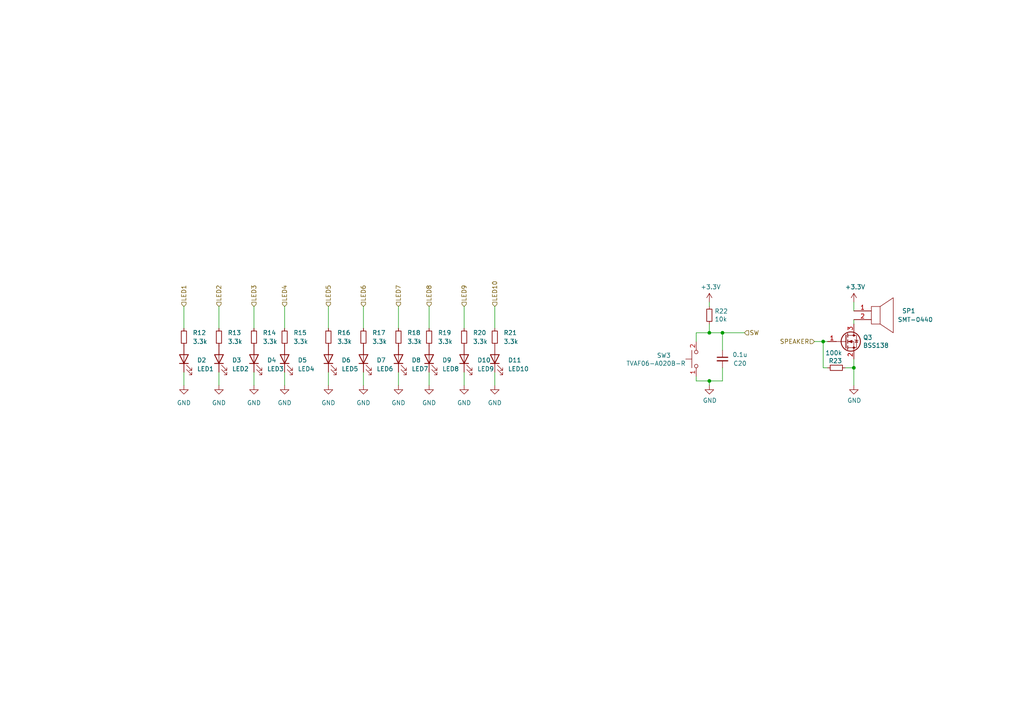
<source format=kicad_sch>
(kicad_sch (version 20231120) (generator "eeschema") (generator_version "8.0")
  (paper "A4")
  (lib_symbols
    (symbol "Device:C_Small" (pin_numbers hide) (pin_names (offset 0.254) hide)
      (property "Reference" "C" (at 0.254 1.778 0))
      (property "Value" "C_Small" (at 0.254 -2.032 0))
      (symbol "C_Small_0_1"
        (polyline (pts (xy -1.524 -0.508) (xy 1.524 -0.508)) (stroke (width 0.3302)))
        (polyline (pts (xy -1.524 0.508) (xy 1.524 0.508)) (stroke (width 0.3048)))
      )
      (symbol "C_Small_1_1"
        (pin passive line (at 0 2.54 270) (length 2.032) (name "~") (number "1"))
        (pin passive line (at 0 -2.54 90) (length 2.032) (name "~") (number "2"))
      )
    )
    (symbol "Device:LED" (pin_numbers hide) (pin_names (offset 1.016) hide)
      (property "Reference" "D" (at 0 2.54 0))
      (property "Value" "LED" (at 0 -2.54 0))
      (symbol "LED_0_1"
        (polyline (pts (xy -1.27 -1.27) (xy -1.27 1.27)) (stroke (width 0.254)))
        (polyline (pts (xy -1.27 0) (xy 1.27 0)))
        (polyline (pts (xy 1.27 -1.27) (xy 1.27 1.27) (xy -1.27 0) (xy 1.27 -1.27)) (stroke (width 0.254)))
        (polyline (pts (xy -3.048 -0.762) (xy -4.572 -2.286) (xy -3.81 -2.286) (xy -4.572 -2.286) (xy -4.572 -1.524)))
        (polyline (pts (xy -1.778 -0.762) (xy -3.302 -2.286) (xy -2.54 -2.286) (xy -3.302 -2.286) (xy -3.302 -1.524)))
      )
      (symbol "LED_1_1"
        (pin passive line (at -3.81 0 0) (length 2.54) (name "K") (number "1"))
        (pin passive line (at 3.81 0 180) (length 2.54) (name "A") (number "2"))
      )
    )
    (symbol "Device:R_Small" (pin_numbers hide) (pin_names (offset 0.254) hide)
      (property "Reference" "R" (at 0.762 0.508 0))
      (property "Value" "R_Small" (at 0.762 -1.016 0))
      (symbol "R_Small_0_1"
        (rectangle (start -0.762 1.778) (end 0.762 -1.778) (stroke (width 0.2032)))
      )
      (symbol "R_Small_1_1"
        (pin passive line (at 0 2.54 270) (length 0.762) (name "~") (number "1"))
        (pin passive line (at 0 -2.54 90) (length 0.762) (name "~") (number "2"))
      )
    )
    (symbol "My_Device:SKRPACE" (pin_names (offset 1.016))
      (property "Reference" "SW" (at 0 6.35 0))
      (property "Value" "My_Device_SKRPACE" (at 0 8.89 0))
      (symbol "SKRPACE_1_1"
        (circle (center -2.032 0) (radius 0.508))
        (polyline (pts (xy 0 1.27) (xy 0 3.048)))
        (polyline (pts (xy 2.54 1.27) (xy -2.54 1.27)))
        (circle (center 2.032 0) (radius 0.508))
        (pin passive line (at -5.08 0 0) (length 2.54) (name "~") (number "1"))
        (pin passive line (at 5.08 0 180) (length 2.54) (name "~") (number "2"))
      )
    )
    (symbol "My_Device:SMT-0440" (pin_names (offset 1.016))
      (property "Reference" "BUZ1" (at 3.81 5.08 0))
      (property "Value" "My_Device_SMT-0440" (at 3.81 -8.89 0))
      (symbol "SMT-0440_0_1"
        (polyline (pts (xy 2.54 0) (xy 6.35 2.54) (xy 6.35 -7.62) (xy 2.54 -5.08)))
        (rectangle (start 0 0) (end 2.54 -5.08))
      )
      (symbol "SMT-0440_1_1"
        (pin input line (at -5.08 -1.27 0) (length 5.08) (name "~") (number "1"))
        (pin input line (at -5.08 -3.81 0) (length 5.08) (name "~") (number "2"))
      )
    )
    (symbol "Transistor_FET:BSS138" (pin_names hide)
      (property "Reference" "Q" (at 5.08 1.905 0))
      (property "Value" "BSS138" (at 5.08 0 0))
      (symbol "BSS138_0_1"
        (polyline (pts (xy 0.254 0) (xy -2.54 0)))
        (polyline (pts (xy 0.254 1.905) (xy 0.254 -1.905)) (stroke (width 0.254)))
        (polyline (pts (xy 0.762 -1.27) (xy 0.762 -2.286)) (stroke (width 0.254)))
        (polyline (pts (xy 0.762 0.508) (xy 0.762 -0.508)) (stroke (width 0.254)))
        (polyline (pts (xy 0.762 2.286) (xy 0.762 1.27)) (stroke (width 0.254)))
        (polyline (pts (xy 2.54 2.54) (xy 2.54 1.778)))
        (polyline (pts (xy 2.54 -2.54) (xy 2.54 0) (xy 0.762 0)))
        (polyline (pts (xy 0.762 -1.778) (xy 3.302 -1.778) (xy 3.302 1.778) (xy 0.762 1.778)))
        (polyline (pts (xy 1.016 0) (xy 2.032 0.381) (xy 2.032 -0.381) (xy 1.016 0)) (fill (type outline)))
        (polyline (pts (xy 2.794 0.508) (xy 2.921 0.381) (xy 3.683 0.381) (xy 3.81 0.254)))
        (polyline (pts (xy 3.302 0.381) (xy 2.921 -0.254) (xy 3.683 -0.254) (xy 3.302 0.381)))
        (circle (center 1.651 0) (radius 2.794) (stroke (width 0.254)))
        (circle (center 2.54 -1.778) (radius 0.254) (fill (type outline)))
        (circle (center 2.54 1.778) (radius 0.254) (fill (type outline)))
      )
      (symbol "BSS138_1_1"
        (pin input line (at -5.08 0 0) (length 2.54) (name "G") (number "1"))
        (pin passive line (at 2.54 -5.08 90) (length 2.54) (name "S") (number "2"))
        (pin passive line (at 2.54 5.08 270) (length 2.54) (name "D") (number "3"))
      )
    )
    (symbol "power:+3.3V" (power) (pin_names (offset 0))
      (property "Value" "+3.3V" (at 0 3.556 0))
      (symbol "+3.3V_0_1"
        (polyline (pts (xy -0.762 1.27) (xy 0 2.54)))
        (polyline (pts (xy 0 0) (xy 0 2.54)))
        (polyline (pts (xy 0 2.54) (xy 0.762 1.27)))
      )
      (symbol "+3.3V_1_1"
        (pin power_in line (at 0 0 90) (length 0) hide (name "+3.3V") (number "1"))
      )
    )
    (symbol "power:GND" (power) (pin_names (offset 0))
      (property "Value" "GND" (at 0 -3.81 0))
      (symbol "GND_0_1"
        (polyline (pts (xy 0 0) (xy 0 -1.27) (xy 1.27 -1.27) (xy 0 -2.54) (xy -1.27 -1.27) (xy 0 -1.27)))
      )
      (symbol "GND_1_1"
        (pin power_in line (at 0 0 270) (length 0) hide (name "GND") (number "1"))
      )
    )
  )
  (junction (at 247.65 106.68))
  (junction (at 205.74 110.49))
  (junction (at 205.74 96.52))
  (junction (at 238.76 99.06))
  (junction (at 209.55 96.52))
  (wire (pts (xy 238.76 99.06) (xy 240.03 99.06)))
  (wire (pts (xy 115.57 88.9) (xy 115.57 95.25)))
  (wire (pts (xy 63.5 88.9) (xy 63.5 95.25)))
  (wire (pts (xy 53.34 88.9) (xy 53.34 95.25)))
  (wire (pts (xy 201.93 110.49) (xy 205.74 110.49)))
  (wire (pts (xy 124.46 88.9) (xy 124.46 95.25)))
  (wire (pts (xy 73.66 88.9) (xy 73.66 95.25)))
  (wire (pts (xy 134.62 88.9) (xy 134.62 95.25)))
  (wire (pts (xy 53.34 107.95) (xy 53.34 111.76)))
  (wire (pts (xy 124.46 107.95) (xy 124.46 111.76)))
  (wire (pts (xy 205.74 88.9) (xy 205.74 87.63)))
  (wire (pts (xy 238.76 106.68) (xy 238.76 99.06)))
  (wire (pts (xy 247.65 104.14) (xy 247.65 106.68)))
  (wire (pts (xy 205.74 96.52) (xy 201.93 96.52)))
  (wire (pts (xy 247.65 87.63) (xy 247.65 90.17)))
  (wire (pts (xy 209.55 106.68) (xy 209.55 110.49)))
  (wire (pts (xy 209.55 96.52) (xy 215.9 96.52)))
  (wire (pts (xy 209.55 96.52) (xy 205.74 96.52)))
  (wire (pts (xy 134.62 107.95) (xy 134.62 111.76)))
  (wire (pts (xy 82.55 107.95) (xy 82.55 111.76)))
  (wire (pts (xy 245.11 106.68) (xy 247.65 106.68)))
  (wire (pts (xy 205.74 110.49) (xy 209.55 110.49)))
  (wire (pts (xy 205.74 110.49) (xy 205.74 111.76)))
  (wire (pts (xy 73.66 107.95) (xy 73.66 111.76)))
  (wire (pts (xy 115.57 107.95) (xy 115.57 111.76)))
  (wire (pts (xy 82.55 88.9) (xy 82.55 95.25)))
  (wire (pts (xy 95.25 107.95) (xy 95.25 111.76)))
  (wire (pts (xy 240.03 106.68) (xy 238.76 106.68)))
  (wire (pts (xy 247.65 92.71) (xy 247.65 93.98)))
  (wire (pts (xy 201.93 109.22) (xy 201.93 110.49)))
  (wire (pts (xy 247.65 106.68) (xy 247.65 111.76)))
  (wire (pts (xy 105.41 88.9) (xy 105.41 95.25)))
  (wire (pts (xy 105.41 107.95) (xy 105.41 111.76)))
  (wire (pts (xy 205.74 93.98) (xy 205.74 96.52)))
  (wire (pts (xy 63.5 107.95) (xy 63.5 111.76)))
  (wire (pts (xy 236.22 99.06) (xy 238.76 99.06)))
  (wire (pts (xy 95.25 88.9) (xy 95.25 95.25)))
  (wire (pts (xy 143.51 88.9) (xy 143.51 95.25)))
  (wire (pts (xy 143.51 107.95) (xy 143.51 111.76)))
  (wire (pts (xy 201.93 96.52) (xy 201.93 99.06)))
  (wire (pts (xy 209.55 101.6) (xy 209.55 96.52)))
  (hierarchical_label "SPEAKER" (shape input) (at 236.22 99.06 180))
  (hierarchical_label "SW" (shape input) (at 215.9 96.52 0))
  (hierarchical_label "LED8" (shape input) (at 124.46 88.9 90))
  (hierarchical_label "LED3" (shape input) (at 73.66 88.9 90))
  (hierarchical_label "LED10" (shape input) (at 143.51 88.9 90))
  (hierarchical_label "LED4" (shape input) (at 82.55 88.9 90))
  (hierarchical_label "LED9" (shape input) (at 134.62 88.9 90))
  (hierarchical_label "LED5" (shape input) (at 95.25 88.9 90))
  (hierarchical_label "LED7" (shape input) (at 115.57 88.9 90))
  (hierarchical_label "LED6" (shape input) (at 105.41 88.9 90))
  (hierarchical_label "LED1" (shape input) (at 53.34 88.9 90))
  (hierarchical_label "LED2" (shape input) (at 63.5 88.9 90))
  (symbol (lib_id "Device:C_Small") (at 209.55 104.14 0) (unit 1)
    (property "Reference" "C20" (at 214.63 105.41 0))
    (property "Value" "0.1u" (at 214.63 102.87 0))
    (property "Footprint" "Capacitor_SMD:C_0201_0603Metric" (effects (hide yes)))
  )
  (symbol (lib_id "Device:R_Small") (at 205.74 91.44 0) (unit 1)
    (property "Reference" "R22" (at 207.2386 90.2716 0) (effects (justify left)))
    (property "Value" "10k" (at 207.2386 92.583 0) (effects (justify left)))
    (property "Footprint" "Resistor_SMD:R_0201_0603Metric" (effects (hide yes)))
  )
  (symbol (lib_id "power:GND") (at 95.25 111.76 0) (unit 1)
    (property "Reference" "#PWR045" (effects (hide yes)))
    (property "Value" "GND" (at 95.25 116.84 0))
  )
  (symbol (lib_id "Device:R_Small") (at 95.25 97.79 0) (unit 1)
    (property "Reference" "R16" (at 97.79 96.5199 0) (effects (justify left)))
    (property "Value" "3.3k" (at 97.79 99.0599 0) (effects (justify left)))
    (property "Footprint" "Resistor_SMD:R_0201_0603Metric" (effects (hide yes)))
  )
  (symbol (lib_id "Device:LED") (at 124.46 104.14 90) (unit 1)
    (property "Reference" "D9" (at 128.27 104.4574 90) (effects (justify right)))
    (property "Value" "LED8" (at 128.27 106.9974 90) (effects (justify right)))
    (property "Footprint" "LED_SMD:LED_0402_1005Metric" (effects (hide yes)))
  )
  (symbol (lib_id "Device:R_Small") (at 53.34 97.79 0) (unit 1)
    (property "Reference" "R12" (at 55.88 96.5199 0) (effects (justify left)))
    (property "Value" "3.3k" (at 55.88 99.0599 0) (effects (justify left)))
    (property "Footprint" "Resistor_SMD:R_0201_0603Metric" (effects (hide yes)))
  )
  (symbol (lib_id "power:GND") (at 115.57 111.76 0) (unit 1)
    (property "Reference" "#PWR047" (effects (hide yes)))
    (property "Value" "GND" (at 115.57 116.84 0))
  )
  (symbol (lib_id "power:+3.3V") (at 247.65 87.63 0) (unit 1)
    (property "Reference" "#PWR053" (effects (hide yes)))
    (property "Value" "+3.3V" (at 248.031 83.2358 0))
  )
  (symbol (lib_id "Device:LED") (at 95.25 104.14 90) (unit 1)
    (property "Reference" "D6" (at 99.06 104.4574 90) (effects (justify right)))
    (property "Value" "LED5" (at 99.06 106.9974 90) (effects (justify right)))
    (property "Footprint" "LED_SMD:LED_0402_1005Metric" (effects (hide yes)))
  )
  (symbol (lib_id "Device:R_Small") (at 242.57 106.68 90) (unit 1)
    (property "Reference" "R23" (at 244.2464 104.6734 90) (effects (justify left)))
    (property "Value" "100k" (at 244.2464 102.362 90) (effects (justify left)))
    (property "Footprint" "Resistor_SMD:R_0201_0603Metric" (effects (hide yes)))
  )
  (symbol (lib_id "Transistor_FET:BSS138") (at 245.11 99.06 0) (unit 1)
    (property "Reference" "Q3" (at 250.2916 97.8916 0) (effects (justify left)))
    (property "Value" "BSS138" (at 250.2916 100.203 0) (effects (justify left)))
    (property "Footprint" "Package_TO_SOT_SMD:SOT-23" (effects (hide yes)))
    (property "Datasheet" "https://www.onsemi.com/pub/Collateral/BSS138-D.PDF" (effects (hide yes)))
  )
  (symbol (lib_id "Device:LED") (at 82.55 104.14 90) (unit 1)
    (property "Reference" "D5" (at 86.36 104.4574 90) (effects (justify right)))
    (property "Value" "LED4" (at 86.36 106.9974 90) (effects (justify right)))
    (property "Footprint" "LED_SMD:LED_0402_1005Metric" (effects (hide yes)))
  )
  (symbol (lib_id "Device:LED") (at 134.62 104.14 90) (unit 1)
    (property "Reference" "D10" (at 138.43 104.4574 90) (effects (justify right)))
    (property "Value" "LED9" (at 138.43 106.9974 90) (effects (justify right)))
    (property "Footprint" "LED_SMD:LED_0402_1005Metric" (effects (hide yes)))
  )
  (symbol (lib_id "Device:R_Small") (at 134.62 97.79 0) (unit 1)
    (property "Reference" "R20" (at 137.16 96.5199 0) (effects (justify left)))
    (property "Value" "3.3k" (at 137.16 99.0599 0) (effects (justify left)))
    (property "Footprint" "Resistor_SMD:R_0201_0603Metric" (effects (hide yes)))
  )
  (symbol (lib_id "Device:LED") (at 53.34 104.14 90) (unit 1)
    (property "Reference" "D2" (at 57.15 104.4574 90) (effects (justify right)))
    (property "Value" "LED1" (at 57.15 106.9974 90) (effects (justify right)))
    (property "Footprint" "LED_SMD:LED_0402_1005Metric" (effects (hide yes)))
  )
  (symbol (lib_id "Device:LED") (at 105.41 104.14 90) (unit 1)
    (property "Reference" "D7" (at 109.22 104.4574 90) (effects (justify right)))
    (property "Value" "LED6" (at 109.22 106.9974 90) (effects (justify right)))
    (property "Footprint" "LED_SMD:LED_0402_1005Metric" (effects (hide yes)))
  )
  (symbol (lib_id "power:GND") (at 205.74 111.76 0) (unit 1)
    (property "Reference" "#PWR052" (effects (hide yes)))
    (property "Value" "GND" (at 205.867 116.1542 0))
  )
  (symbol (lib_id "Device:LED") (at 73.66 104.14 90) (unit 1)
    (property "Reference" "D4" (at 77.47 104.4574 90) (effects (justify right)))
    (property "Value" "LED3" (at 77.47 106.9974 90) (effects (justify right)))
    (property "Footprint" "LED_SMD:LED_0402_1005Metric" (effects (hide yes)))
  )
  (symbol (lib_id "Device:R_Small") (at 115.57 97.79 0) (unit 1)
    (property "Reference" "R18" (at 118.11 96.5199 0) (effects (justify left)))
    (property "Value" "3.3k" (at 118.11 99.0599 0) (effects (justify left)))
    (property "Footprint" "Resistor_SMD:R_0201_0603Metric" (effects (hide yes)))
  )
  (symbol (lib_id "Device:R_Small") (at 63.5 97.79 0) (unit 1)
    (property "Reference" "R13" (at 66.04 96.5199 0) (effects (justify left)))
    (property "Value" "3.3k" (at 66.04 99.0599 0) (effects (justify left)))
    (property "Footprint" "Resistor_SMD:R_0201_0603Metric" (effects (hide yes)))
  )
  (symbol (lib_id "power:GND") (at 105.41 111.76 0) (unit 1)
    (property "Reference" "#PWR046" (effects (hide yes)))
    (property "Value" "GND" (at 105.41 116.84 0))
  )
  (symbol (lib_id "Device:R_Small") (at 124.46 97.79 0) (unit 1)
    (property "Reference" "R19" (at 127 96.5199 0) (effects (justify left)))
    (property "Value" "3.3k" (at 127 99.0599 0) (effects (justify left)))
    (property "Footprint" "Resistor_SMD:R_0201_0603Metric" (effects (hide yes)))
  )
  (symbol (lib_id "Device:R_Small") (at 82.55 97.79 0) (unit 1)
    (property "Reference" "R15" (at 85.09 96.5199 0) (effects (justify left)))
    (property "Value" "3.3k" (at 85.09 99.0599 0) (effects (justify left)))
    (property "Footprint" "Resistor_SMD:R_0201_0603Metric" (effects (hide yes)))
  )
  (symbol (lib_id "power:GND") (at 134.62 111.76 0) (unit 1)
    (property "Reference" "#PWR049" (effects (hide yes)))
    (property "Value" "GND" (at 134.62 116.84 0))
  )
  (symbol (lib_id "Device:R_Small") (at 105.41 97.79 0) (unit 1)
    (property "Reference" "R17" (at 107.95 96.5199 0) (effects (justify left)))
    (property "Value" "3.3k" (at 107.95 99.0599 0) (effects (justify left)))
    (property "Footprint" "Resistor_SMD:R_0201_0603Metric" (effects (hide yes)))
  )
  (symbol (lib_id "power:GND") (at 63.5 111.76 0) (unit 1)
    (property "Reference" "#PWR042" (effects (hide yes)))
    (property "Value" "GND" (at 63.5 116.84 0))
  )
  (symbol (lib_id "Device:R_Small") (at 73.66 97.79 0) (unit 1)
    (property "Reference" "R14" (at 76.2 96.5199 0) (effects (justify left)))
    (property "Value" "3.3k" (at 76.2 99.0599 0) (effects (justify left)))
    (property "Footprint" "Resistor_SMD:R_0201_0603Metric" (effects (hide yes)))
  )
  (symbol (lib_id "power:GND") (at 73.66 111.76 0) (unit 1)
    (property "Reference" "#PWR043" (effects (hide yes)))
    (property "Value" "GND" (at 73.66 116.84 0))
  )
  (symbol (lib_id "power:GND") (at 124.46 111.76 0) (unit 1)
    (property "Reference" "#PWR048" (effects (hide yes)))
    (property "Value" "GND" (at 124.46 116.84 0))
  )
  (symbol (lib_id "My_Device:SKRPACE") (at 201.93 104.14 90) (unit 1)
    (property "Reference" "SW3" (at 190.5 103.0986 90) (effects (justify right)))
    (property "Value" "TVAF06-A020B-R" (at 181.61 105.41 90) (effects (justify right)))
    (property "Footprint" "half_mouse_lib:TVAF06-A020B-R" (effects (hide yes)))
  )
  (symbol (lib_id "power:GND") (at 247.65 111.76 0) (unit 1)
    (property "Reference" "#PWR054" (effects (hide yes)))
    (property "Value" "GND" (at 247.777 116.1542 0))
  )
  (symbol (lib_id "power:GND") (at 143.51 111.76 0) (unit 1)
    (property "Reference" "#PWR050" (effects (hide yes)))
    (property "Value" "GND" (at 143.51 116.84 0))
  )
  (symbol (lib_id "power:+3.3V") (at 205.74 87.63 0) (unit 1)
    (property "Reference" "#PWR051" (effects (hide yes)))
    (property "Value" "+3.3V" (at 206.121 83.2358 0))
  )
  (symbol (lib_id "Device:LED") (at 143.51 104.14 90) (unit 1)
    (property "Reference" "D11" (at 147.32 104.4574 90) (effects (justify right)))
    (property "Value" "LED10" (at 147.32 106.9974 90) (effects (justify right)))
    (property "Footprint" "LED_SMD:LED_0402_1005Metric" (effects (hide yes)))
  )
  (symbol (lib_id "Device:LED") (at 63.5 104.14 90) (unit 1)
    (property "Reference" "D3" (at 67.31 104.4574 90) (effects (justify right)))
    (property "Value" "LED2" (at 67.31 106.9974 90) (effects (justify right)))
    (property "Footprint" "LED_SMD:LED_0402_1005Metric" (effects (hide yes)))
  )
  (symbol (lib_id "power:GND") (at 82.55 111.76 0) (unit 1)
    (property "Reference" "#PWR044" (effects (hide yes)))
    (property "Value" "GND" (at 82.55 116.84 0))
  )
  (symbol (lib_id "Device:R_Small") (at 143.51 97.79 0) (unit 1)
    (property "Reference" "R21" (at 146.05 96.5199 0) (effects (justify left)))
    (property "Value" "3.3k" (at 146.05 99.0599 0) (effects (justify left)))
    (property "Footprint" "Resistor_SMD:R_0201_0603Metric" (effects (hide yes)))
  )
  (symbol (lib_id "power:GND") (at 53.34 111.76 0) (unit 1)
    (property "Reference" "#PWR041" (effects (hide yes)))
    (property "Value" "GND" (at 53.34 116.84 0))
  )
  (symbol (lib_id "My_Device:SMT-0440") (at 252.73 88.9 0) (unit 1)
    (property "Reference" "SP1" (at 261.62 90.17 0) (effects (justify left)))
    (property "Value" "SMT-0440" (at 260.35 92.71 0) (effects (justify left)))
    (property "Footprint" "half_mouse_lib:SMT-0440-T-HT-R" (effects (hide yes)))
    (property "Datasheet" "https://www.puiaudio.com/media/SpecSheet/SMT-0440-T-R.pdf" (effects (hide yes)))
  )
  (symbol (lib_id "Device:LED") (at 115.57 104.14 90) (unit 1)
    (property "Reference" "D8" (at 119.38 104.4574 90) (effects (justify right)))
    (property "Value" "LED7" (at 119.38 106.9974 90) (effects (justify right)))
    (property "Footprint" "LED_SMD:LED_0402_1005Metric" (effects (hide yes)))
  )
)
</source>
